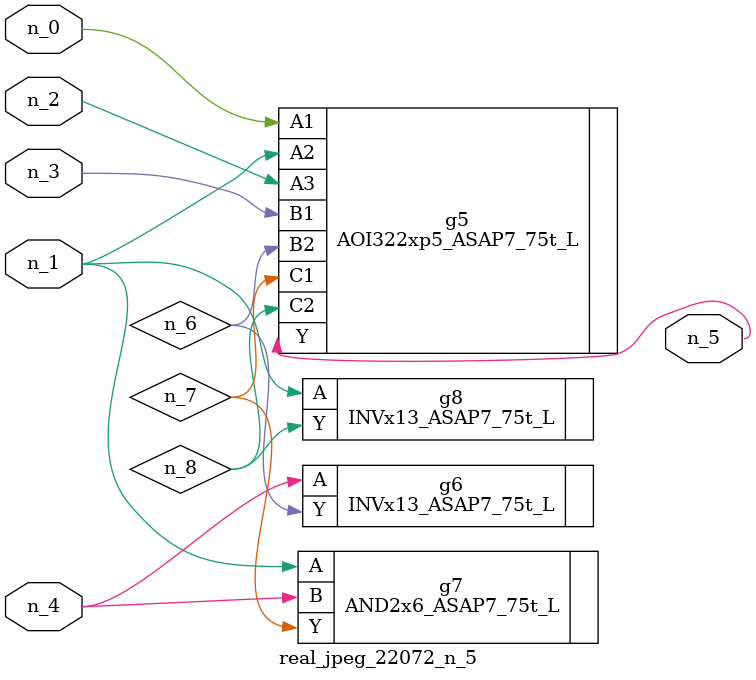
<source format=v>
module real_jpeg_22072_n_5 (n_4, n_0, n_1, n_2, n_3, n_5);

input n_4;
input n_0;
input n_1;
input n_2;
input n_3;

output n_5;

wire n_8;
wire n_6;
wire n_7;

AOI322xp5_ASAP7_75t_L g5 ( 
.A1(n_0),
.A2(n_1),
.A3(n_2),
.B1(n_3),
.B2(n_6),
.C1(n_7),
.C2(n_8),
.Y(n_5)
);

AND2x6_ASAP7_75t_L g7 ( 
.A(n_1),
.B(n_4),
.Y(n_7)
);

INVx13_ASAP7_75t_L g8 ( 
.A(n_1),
.Y(n_8)
);

INVx13_ASAP7_75t_L g6 ( 
.A(n_4),
.Y(n_6)
);


endmodule
</source>
